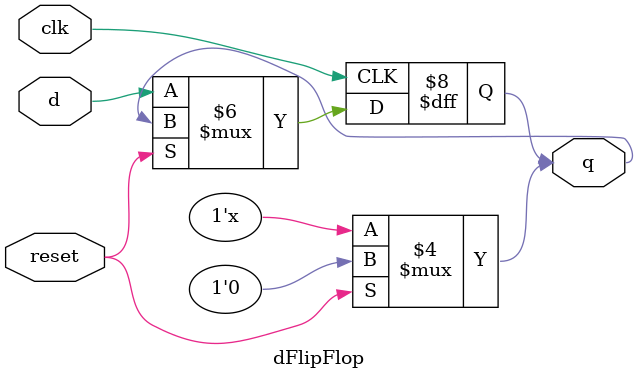
<source format=v>
module dFlipFlop(d,clk,reset,q);
input d,clk,reset;
output reg q;
always@(posedge clk)
begin
if(!reset)
q<=d;
end
always@(reset)
begin
if(reset)
q<=0;
end
endmodule

</source>
